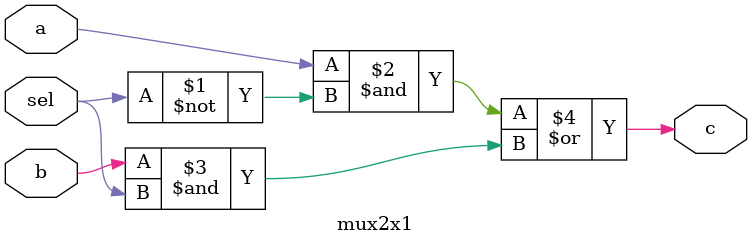
<source format=v>
`timescale 1ns / 1ps


module mux2x1(input a, b, sel, output c);
    assign c = ((a & ~sel) | (b & sel));
endmodule


</source>
